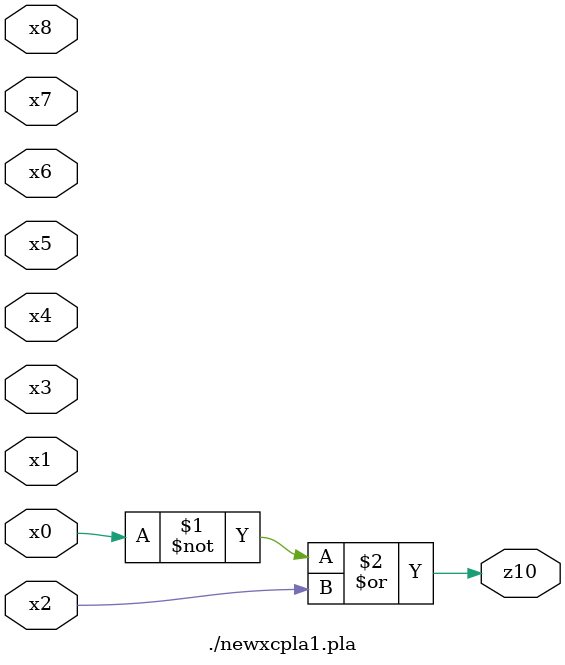
<source format=v>

module \./newxcpla1.pla  ( 
    x0, x1, x2, x3, x4, x5, x6, x7, x8,
    z10  );
  input  x0, x1, x2, x3, x4, x5, x6, x7, x8;
  output z10;
  assign z10 = ~x0 | x2;
endmodule



</source>
